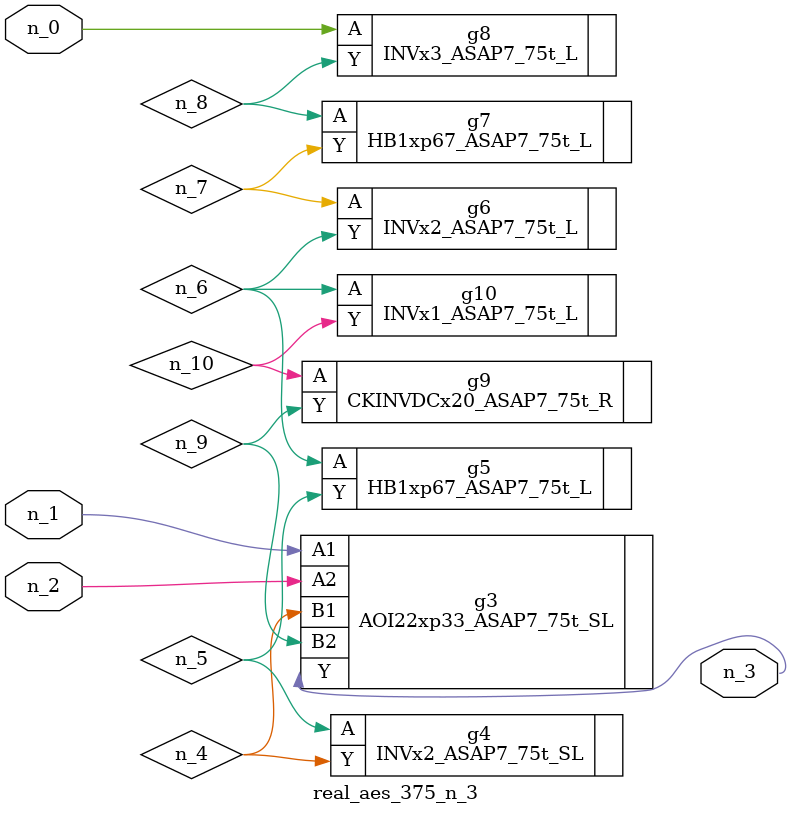
<source format=v>
module real_aes_375_n_3 (n_0, n_2, n_1, n_3);
input n_0;
input n_2;
input n_1;
output n_3;
wire n_4;
wire n_5;
wire n_7;
wire n_9;
wire n_6;
wire n_8;
wire n_10;
INVx3_ASAP7_75t_L g8 ( .A(n_0), .Y(n_8) );
AOI22xp33_ASAP7_75t_SL g3 ( .A1(n_1), .A2(n_2), .B1(n_4), .B2(n_9), .Y(n_3) );
INVx2_ASAP7_75t_SL g4 ( .A(n_5), .Y(n_4) );
HB1xp67_ASAP7_75t_L g5 ( .A(n_6), .Y(n_5) );
INVx1_ASAP7_75t_L g10 ( .A(n_6), .Y(n_10) );
INVx2_ASAP7_75t_L g6 ( .A(n_7), .Y(n_6) );
HB1xp67_ASAP7_75t_L g7 ( .A(n_8), .Y(n_7) );
CKINVDCx20_ASAP7_75t_R g9 ( .A(n_10), .Y(n_9) );
endmodule
</source>
